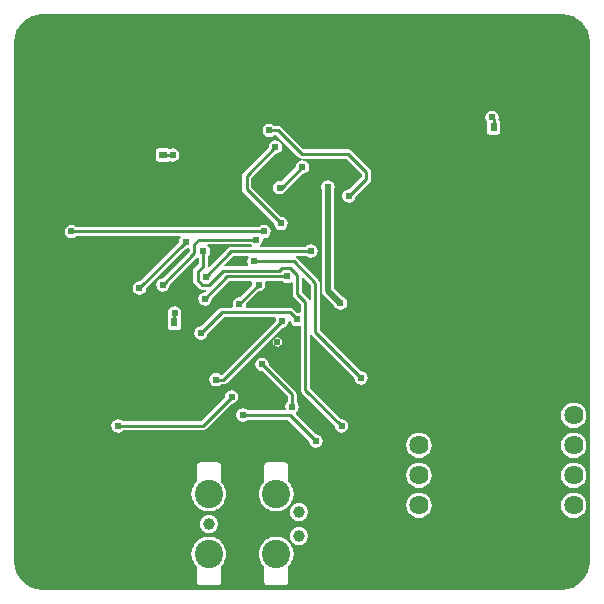
<source format=gbl>
G04 Layer_Physical_Order=2*
G04 Layer_Color=16711680*
%FSLAX25Y25*%
%MOIN*%
G70*
G01*
G75*
%ADD11R,0.03150X0.02362*%
%ADD12R,0.02362X0.03150*%
%ADD33C,0.01000*%
%ADD34C,0.02000*%
%ADD42C,0.16000*%
%ADD43O,0.06299X0.03543*%
%ADD44C,0.03937*%
%ADD45C,0.09449*%
%ADD46C,0.06402*%
%ADD47C,0.02400*%
G36*
X235039Y244301D02*
Y244301D01*
X235537Y244296D01*
X236855Y244166D01*
X238601Y243637D01*
X240209Y242777D01*
X241620Y241620D01*
X242777Y240209D01*
X243637Y238601D01*
X244166Y236855D01*
X244296Y235537D01*
X244301Y235039D01*
D01*
X244301Y234545D01*
Y62308D01*
X244301Y62305D01*
X244301Y61811D01*
X244296Y61313D01*
X244166Y59996D01*
X243637Y58250D01*
X242777Y56641D01*
X241620Y55231D01*
X240209Y54074D01*
X238601Y53214D01*
X236855Y52684D01*
X235187Y52520D01*
X235039Y52549D01*
X61811D01*
X61664Y52520D01*
X59996Y52684D01*
X58250Y53214D01*
X56641Y54074D01*
X55231Y55231D01*
X54074Y56641D01*
X53214Y58250D01*
X52684Y59996D01*
X52520Y61664D01*
X52549Y61811D01*
Y235039D01*
X52520Y235187D01*
X52684Y236855D01*
X53214Y238601D01*
X54074Y240209D01*
X55231Y241620D01*
X56641Y242777D01*
X58250Y243637D01*
X59996Y244166D01*
X61313Y244296D01*
X61811Y244301D01*
Y244301D01*
X61811Y244301D01*
X234545D01*
X235039Y244301D01*
D02*
G37*
%LPC*%
G36*
X187404Y94837D02*
X186307Y94693D01*
X185285Y94269D01*
X184408Y93596D01*
X183735Y92718D01*
X183311Y91697D01*
X183167Y90600D01*
X183311Y89503D01*
X183735Y88481D01*
X184408Y87604D01*
X185285Y86931D01*
X186307Y86507D01*
X187404Y86363D01*
X188501Y86507D01*
X189523Y86931D01*
X190400Y87604D01*
X191073Y88481D01*
X191497Y89503D01*
X191641Y90600D01*
X191497Y91697D01*
X191073Y92718D01*
X190400Y93596D01*
X189523Y94269D01*
X188501Y94693D01*
X187404Y94837D01*
D02*
G37*
G36*
X142772Y94967D02*
X136867D01*
X136477Y94889D01*
X136146Y94668D01*
X135925Y94337D01*
X135847Y93947D01*
Y88607D01*
X135810Y88578D01*
X135744Y88503D01*
X135717Y88483D01*
X135697Y88456D01*
X135622Y88390D01*
X134864Y87403D01*
X134820Y87313D01*
X134800Y87287D01*
X134787Y87256D01*
X134731Y87173D01*
X134255Y86023D01*
X134236Y85925D01*
X134223Y85894D01*
X134219Y85861D01*
X134186Y85766D01*
X134024Y84533D01*
X134030Y84433D01*
X134026Y84400D01*
X134030Y84367D01*
X134024Y84267D01*
X134186Y83034D01*
X134219Y82938D01*
X134223Y82906D01*
X134236Y82875D01*
X134255Y82776D01*
X134731Y81627D01*
X134787Y81544D01*
X134800Y81513D01*
X134820Y81487D01*
X134864Y81397D01*
X135622Y80410D01*
X135697Y80344D01*
X135717Y80317D01*
X135744Y80297D01*
X135810Y80222D01*
X136797Y79464D01*
X136887Y79420D01*
X136913Y79400D01*
X136944Y79387D01*
X137027Y79331D01*
X138177Y78855D01*
X138275Y78836D01*
X138306Y78823D01*
X138338Y78819D01*
X138434Y78786D01*
X139667Y78624D01*
X139734Y78628D01*
X139800Y78615D01*
X139866Y78628D01*
X139933Y78624D01*
X141166Y78786D01*
X141261Y78819D01*
X141294Y78823D01*
X141325Y78836D01*
X141423Y78855D01*
X142573Y79331D01*
X142656Y79387D01*
X142687Y79400D01*
X142713Y79420D01*
X142803Y79464D01*
X143790Y80222D01*
X143856Y80297D01*
X143883Y80317D01*
X143903Y80344D01*
X143978Y80410D01*
X144736Y81397D01*
X144780Y81487D01*
X144800Y81513D01*
X144813Y81544D01*
X144869Y81627D01*
X145345Y82776D01*
X145364Y82875D01*
X145377Y82906D01*
X145381Y82938D01*
X145414Y83034D01*
X145576Y84267D01*
X145570Y84367D01*
X145574Y84400D01*
X145570Y84433D01*
X145576Y84533D01*
X145414Y85766D01*
X145381Y85861D01*
X145377Y85894D01*
X145364Y85925D01*
X145345Y86023D01*
X144869Y87173D01*
X144813Y87256D01*
X144800Y87287D01*
X144780Y87313D01*
X144736Y87403D01*
X143978Y88390D01*
X143903Y88456D01*
X143883Y88483D01*
X143856Y88503D01*
X143792Y88576D01*
Y93947D01*
X143714Y94337D01*
X143493Y94668D01*
X143163Y94889D01*
X142772Y94967D01*
D02*
G37*
G36*
X120332D02*
X114426D01*
X114036Y94889D01*
X113705Y94668D01*
X113484Y94337D01*
X113406Y93947D01*
Y88652D01*
X113310Y88578D01*
X113244Y88503D01*
X113217Y88483D01*
X113197Y88456D01*
X113122Y88390D01*
X112364Y87403D01*
X112320Y87313D01*
X112300Y87287D01*
X112287Y87256D01*
X112231Y87173D01*
X111755Y86023D01*
X111736Y85925D01*
X111723Y85894D01*
X111719Y85861D01*
X111686Y85766D01*
X111524Y84533D01*
X111530Y84433D01*
X111526Y84400D01*
X111530Y84367D01*
X111524Y84267D01*
X111686Y83034D01*
X111719Y82938D01*
X111723Y82906D01*
X111736Y82875D01*
X111755Y82776D01*
X112231Y81627D01*
X112287Y81544D01*
X112300Y81513D01*
X112320Y81487D01*
X112364Y81397D01*
X113122Y80410D01*
X113197Y80344D01*
X113217Y80317D01*
X113244Y80297D01*
X113310Y80222D01*
X114297Y79464D01*
X114387Y79420D01*
X114413Y79400D01*
X114444Y79387D01*
X114527Y79331D01*
X115676Y78855D01*
X115775Y78836D01*
X115806Y78823D01*
X115839Y78819D01*
X115934Y78786D01*
X117167Y78624D01*
X117234Y78628D01*
X117300Y78615D01*
X117366Y78628D01*
X117433Y78624D01*
X118666Y78786D01*
X118762Y78819D01*
X118794Y78823D01*
X118825Y78836D01*
X118923Y78855D01*
X120073Y79331D01*
X120156Y79387D01*
X120187Y79400D01*
X120213Y79420D01*
X120303Y79464D01*
X121290Y80222D01*
X121356Y80297D01*
X121383Y80317D01*
X121403Y80344D01*
X121478Y80410D01*
X122236Y81397D01*
X122280Y81487D01*
X122300Y81513D01*
X122313Y81544D01*
X122369Y81627D01*
X122845Y82776D01*
X122864Y82875D01*
X122877Y82906D01*
X122881Y82938D01*
X122914Y83034D01*
X123076Y84267D01*
X123070Y84367D01*
X123074Y84400D01*
X123070Y84433D01*
X123076Y84533D01*
X122914Y85766D01*
X122881Y85861D01*
X122877Y85894D01*
X122864Y85925D01*
X122845Y86023D01*
X122369Y87173D01*
X122313Y87256D01*
X122300Y87287D01*
X122280Y87313D01*
X122236Y87403D01*
X121478Y88390D01*
X121403Y88456D01*
X121383Y88483D01*
X121356Y88503D01*
X121351Y88509D01*
Y93947D01*
X121274Y94337D01*
X121053Y94668D01*
X120722Y94889D01*
X120332Y94967D01*
D02*
G37*
G36*
X238900Y94837D02*
X237803Y94693D01*
X236782Y94269D01*
X235904Y93596D01*
X235231Y92718D01*
X234807Y91697D01*
X234663Y90600D01*
X234807Y89503D01*
X235231Y88481D01*
X235904Y87604D01*
X236782Y86931D01*
X237803Y86507D01*
X238900Y86363D01*
X239997Y86507D01*
X241019Y86931D01*
X241896Y87604D01*
X242569Y88481D01*
X242993Y89503D01*
X243137Y90600D01*
X242993Y91697D01*
X242569Y92718D01*
X241896Y93596D01*
X241019Y94269D01*
X239997Y94693D01*
X238900Y94837D01*
D02*
G37*
G36*
Y114837D02*
X237803Y114693D01*
X236782Y114269D01*
X235904Y113596D01*
X235231Y112718D01*
X234807Y111697D01*
X234663Y110600D01*
X234807Y109503D01*
X235231Y108482D01*
X235904Y107604D01*
X236782Y106931D01*
X237803Y106507D01*
X238900Y106363D01*
X239997Y106507D01*
X241019Y106931D01*
X241896Y107604D01*
X242569Y108482D01*
X242993Y109503D01*
X243137Y110600D01*
X242993Y111697D01*
X242569Y112718D01*
X241896Y113596D01*
X241019Y114269D01*
X239997Y114693D01*
X238900Y114837D01*
D02*
G37*
G36*
Y104837D02*
X237803Y104693D01*
X236782Y104269D01*
X235904Y103596D01*
X235231Y102718D01*
X234807Y101697D01*
X234663Y100600D01*
X234807Y99503D01*
X235231Y98482D01*
X235904Y97604D01*
X236782Y96931D01*
X237803Y96507D01*
X238900Y96363D01*
X239997Y96507D01*
X241019Y96931D01*
X241896Y97604D01*
X242569Y98482D01*
X242993Y99503D01*
X243137Y100600D01*
X242993Y101697D01*
X242569Y102718D01*
X241896Y103596D01*
X241019Y104269D01*
X239997Y104693D01*
X238900Y104837D01*
D02*
G37*
G36*
X187404D02*
X186307Y104693D01*
X185285Y104269D01*
X184408Y103596D01*
X183735Y102718D01*
X183311Y101697D01*
X183167Y100600D01*
X183311Y99503D01*
X183735Y98482D01*
X184408Y97604D01*
X185285Y96931D01*
X186307Y96507D01*
X187404Y96363D01*
X188501Y96507D01*
X189523Y96931D01*
X190400Y97604D01*
X191073Y98482D01*
X191497Y99503D01*
X191641Y100600D01*
X191497Y101697D01*
X191073Y102718D01*
X190400Y103596D01*
X189523Y104269D01*
X188501Y104693D01*
X187404Y104837D01*
D02*
G37*
G36*
X139800Y70185D02*
X139734Y70172D01*
X139667Y70176D01*
X138434Y70014D01*
X138338Y69981D01*
X138306Y69977D01*
X138275Y69964D01*
X138177Y69945D01*
X137027Y69469D01*
X136944Y69413D01*
X136913Y69400D01*
X136887Y69380D01*
X136797Y69336D01*
X135810Y68578D01*
X135744Y68503D01*
X135717Y68483D01*
X135697Y68456D01*
X135622Y68390D01*
X134864Y67403D01*
X134820Y67313D01*
X134800Y67287D01*
X134787Y67256D01*
X134731Y67173D01*
X134255Y66023D01*
X134236Y65925D01*
X134223Y65894D01*
X134219Y65861D01*
X134186Y65766D01*
X134024Y64533D01*
X134030Y64433D01*
X134026Y64400D01*
X134030Y64367D01*
X134024Y64267D01*
X134186Y63034D01*
X134219Y62938D01*
X134223Y62906D01*
X134236Y62875D01*
X134255Y62776D01*
X134731Y61627D01*
X134787Y61544D01*
X134800Y61513D01*
X134820Y61487D01*
X134864Y61397D01*
X135622Y60410D01*
X135697Y60344D01*
X135717Y60317D01*
X135744Y60297D01*
X135810Y60222D01*
X135847Y60193D01*
Y54971D01*
X135925Y54581D01*
X136146Y54250D01*
X136477Y54029D01*
X136867Y53951D01*
X142772D01*
X143163Y54029D01*
X143493Y54250D01*
X143714Y54581D01*
X143792Y54971D01*
Y60224D01*
X143856Y60297D01*
X143883Y60317D01*
X143903Y60344D01*
X143978Y60410D01*
X144736Y61397D01*
X144780Y61487D01*
X144800Y61513D01*
X144813Y61544D01*
X144869Y61627D01*
X145345Y62776D01*
X145364Y62875D01*
X145377Y62906D01*
X145381Y62938D01*
X145414Y63034D01*
X145576Y64267D01*
X145570Y64367D01*
X145574Y64400D01*
X145570Y64433D01*
X145576Y64533D01*
X145414Y65766D01*
X145381Y65861D01*
X145377Y65894D01*
X145364Y65925D01*
X145345Y66023D01*
X144869Y67173D01*
X144813Y67256D01*
X144800Y67287D01*
X144780Y67313D01*
X144736Y67403D01*
X143978Y68390D01*
X143903Y68456D01*
X143883Y68483D01*
X143856Y68503D01*
X143790Y68578D01*
X142803Y69336D01*
X142713Y69380D01*
X142687Y69400D01*
X142656Y69413D01*
X142573Y69469D01*
X141423Y69945D01*
X141325Y69964D01*
X141294Y69977D01*
X141261Y69981D01*
X141166Y70014D01*
X139933Y70176D01*
X139866Y70172D01*
X139800Y70185D01*
D02*
G37*
G36*
X117300D02*
X117234Y70172D01*
X117167Y70176D01*
X115934Y70014D01*
X115839Y69981D01*
X115806Y69977D01*
X115775Y69964D01*
X115676Y69945D01*
X114527Y69469D01*
X114444Y69413D01*
X114413Y69400D01*
X114387Y69380D01*
X114297Y69336D01*
X113310Y68578D01*
X113244Y68503D01*
X113217Y68483D01*
X113197Y68456D01*
X113122Y68390D01*
X112364Y67403D01*
X112320Y67313D01*
X112300Y67287D01*
X112287Y67256D01*
X112231Y67173D01*
X111755Y66023D01*
X111736Y65925D01*
X111723Y65894D01*
X111719Y65861D01*
X111686Y65766D01*
X111524Y64533D01*
X111530Y64433D01*
X111526Y64400D01*
X111530Y64367D01*
X111524Y64267D01*
X111686Y63034D01*
X111719Y62938D01*
X111723Y62906D01*
X111736Y62875D01*
X111755Y62776D01*
X112231Y61627D01*
X112287Y61544D01*
X112300Y61513D01*
X112320Y61487D01*
X112364Y61397D01*
X113122Y60410D01*
X113197Y60344D01*
X113217Y60317D01*
X113244Y60297D01*
X113310Y60222D01*
X113406Y60148D01*
Y54971D01*
X113484Y54581D01*
X113705Y54250D01*
X114036Y54029D01*
X114426Y53951D01*
X120332D01*
X120722Y54029D01*
X121053Y54250D01*
X121274Y54581D01*
X121351Y54971D01*
Y60291D01*
X121356Y60297D01*
X121383Y60317D01*
X121403Y60344D01*
X121478Y60410D01*
X122236Y61397D01*
X122280Y61487D01*
X122300Y61513D01*
X122313Y61544D01*
X122369Y61627D01*
X122845Y62776D01*
X122864Y62875D01*
X122877Y62906D01*
X122881Y62938D01*
X122914Y63034D01*
X123076Y64267D01*
X123070Y64367D01*
X123074Y64400D01*
X123070Y64433D01*
X123076Y64533D01*
X122914Y65766D01*
X122881Y65861D01*
X122877Y65894D01*
X122864Y65925D01*
X122845Y66023D01*
X122369Y67173D01*
X122313Y67256D01*
X122300Y67287D01*
X122280Y67313D01*
X122236Y67403D01*
X121478Y68390D01*
X121403Y68456D01*
X121383Y68483D01*
X121356Y68503D01*
X121290Y68578D01*
X120303Y69336D01*
X120213Y69380D01*
X120187Y69400D01*
X120156Y69413D01*
X120073Y69469D01*
X118923Y69945D01*
X118825Y69964D01*
X118794Y69977D01*
X118762Y69981D01*
X118666Y70014D01*
X117433Y70176D01*
X117366Y70172D01*
X117300Y70185D01*
D02*
G37*
G36*
X147300Y73427D02*
X147202Y73407D01*
X147101D01*
X146333Y73254D01*
X145966Y73102D01*
X145314Y72667D01*
X145033Y72386D01*
X144598Y71734D01*
X144446Y71367D01*
X144293Y70599D01*
Y70201D01*
X144446Y69433D01*
X144598Y69065D01*
X145033Y68414D01*
X145314Y68133D01*
X145966Y67698D01*
X146333Y67546D01*
X147101Y67393D01*
X147202D01*
X147300Y67373D01*
X147398Y67393D01*
X147499D01*
X148267Y67546D01*
X148635Y67698D01*
X149286Y68133D01*
X149567Y68414D01*
X150002Y69065D01*
X150154Y69433D01*
X150307Y70201D01*
Y70599D01*
X150154Y71367D01*
X150002Y71734D01*
X149567Y72386D01*
X149286Y72667D01*
X148635Y73102D01*
X148267Y73254D01*
X147499Y73407D01*
X147398D01*
X147300Y73427D01*
D02*
G37*
G36*
X117300Y77427D02*
X117201Y77407D01*
X117101D01*
X116333Y77254D01*
X115965Y77102D01*
X115314Y76667D01*
X115033Y76386D01*
X114598Y75735D01*
X114446Y75367D01*
X114293Y74599D01*
Y74201D01*
X114446Y73433D01*
X114598Y73066D01*
X115033Y72414D01*
X115314Y72133D01*
X115965Y71698D01*
X116333Y71546D01*
X117101Y71393D01*
X117201D01*
X117300Y71373D01*
X117399Y71393D01*
X117499D01*
X118267Y71546D01*
X118634Y71698D01*
X119286Y72133D01*
X119567Y72414D01*
X120002Y73066D01*
X120154Y73433D01*
X120307Y74201D01*
Y74599D01*
X120154Y75367D01*
X120002Y75735D01*
X119567Y76386D01*
X119286Y76667D01*
X118634Y77102D01*
X118267Y77254D01*
X117499Y77407D01*
X117399D01*
X117300Y77427D01*
D02*
G37*
G36*
X238900Y84837D02*
X237803Y84693D01*
X236782Y84269D01*
X235904Y83596D01*
X235231Y82718D01*
X234807Y81697D01*
X234663Y80600D01*
X234807Y79503D01*
X235231Y78482D01*
X235904Y77604D01*
X236782Y76931D01*
X237803Y76507D01*
X238900Y76363D01*
X239997Y76507D01*
X241019Y76931D01*
X241896Y77604D01*
X242569Y78482D01*
X242993Y79503D01*
X243137Y80600D01*
X242993Y81697D01*
X242569Y82718D01*
X241896Y83596D01*
X241019Y84269D01*
X239997Y84693D01*
X238900Y84837D01*
D02*
G37*
G36*
X187404D02*
X186307Y84693D01*
X185285Y84269D01*
X184408Y83596D01*
X183735Y82718D01*
X183311Y81697D01*
X183167Y80600D01*
X183311Y79503D01*
X183735Y78482D01*
X184408Y77604D01*
X185285Y76931D01*
X186307Y76507D01*
X187404Y76363D01*
X188501Y76507D01*
X189523Y76931D01*
X190400Y77604D01*
X191073Y78482D01*
X191497Y79503D01*
X191641Y80600D01*
X191497Y81697D01*
X191073Y82718D01*
X190400Y83596D01*
X189523Y84269D01*
X188501Y84693D01*
X187404Y84837D01*
D02*
G37*
G36*
X147300Y81427D02*
X147202Y81407D01*
X147101D01*
X146333Y81254D01*
X145966Y81102D01*
X145314Y80667D01*
X145033Y80386D01*
X144598Y79734D01*
X144446Y79367D01*
X144293Y78599D01*
Y78201D01*
X144446Y77433D01*
X144598Y77065D01*
X145033Y76414D01*
X145314Y76133D01*
X145966Y75698D01*
X146333Y75546D01*
X147101Y75393D01*
X147202D01*
X147300Y75373D01*
X147398Y75393D01*
X147499D01*
X148267Y75546D01*
X148635Y75698D01*
X149286Y76133D01*
X149567Y76414D01*
X150002Y77065D01*
X150154Y77433D01*
X150307Y78201D01*
Y78599D01*
X150154Y79367D01*
X150002Y79734D01*
X149567Y80386D01*
X149286Y80667D01*
X148635Y81102D01*
X148267Y81254D01*
X147499Y81407D01*
X147398D01*
X147300Y81427D01*
D02*
G37*
G36*
X139500Y202243D02*
X138642Y202072D01*
X137914Y201586D01*
X137428Y200858D01*
X137257Y200000D01*
X137270Y199933D01*
X128873Y191535D01*
X128541Y191039D01*
X128425Y190454D01*
Y186046D01*
X128541Y185461D01*
X128873Y184965D01*
X139170Y174667D01*
X139157Y174600D01*
X139328Y173742D01*
X139814Y173014D01*
X140542Y172528D01*
X141400Y172357D01*
X142258Y172528D01*
X142986Y173014D01*
X143472Y173742D01*
X143643Y174600D01*
X143472Y175458D01*
X142986Y176186D01*
X142258Y176672D01*
X141400Y176843D01*
X141333Y176830D01*
X131483Y186679D01*
Y189821D01*
X139433Y197770D01*
X139500Y197757D01*
X140358Y197928D01*
X141086Y198414D01*
X141572Y199142D01*
X141743Y200000D01*
X141572Y200858D01*
X141086Y201586D01*
X140358Y202072D01*
X139500Y202243D01*
D02*
G37*
G36*
X105300Y199643D02*
X104442Y199472D01*
X104322Y199393D01*
X104127Y199523D01*
X103737Y199601D01*
X100587D01*
X100197Y199523D01*
X99866Y199302D01*
X99645Y198971D01*
X99568Y198581D01*
Y196219D01*
X99645Y195829D01*
X99866Y195498D01*
X100197Y195277D01*
X100587Y195199D01*
X103737D01*
X104127Y195277D01*
X104322Y195407D01*
X104442Y195328D01*
X105300Y195157D01*
X106158Y195328D01*
X106886Y195814D01*
X107372Y196542D01*
X107543Y197400D01*
X107372Y198258D01*
X106886Y198986D01*
X106158Y199472D01*
X105300Y199643D01*
D02*
G37*
G36*
X148500Y195643D02*
X147642Y195472D01*
X146914Y194986D01*
X146428Y194258D01*
X146257Y193400D01*
X146270Y193333D01*
X141551Y188614D01*
X140900Y188743D01*
X140042Y188572D01*
X139314Y188086D01*
X138828Y187358D01*
X138657Y186500D01*
X138828Y185642D01*
X139314Y184914D01*
X140042Y184428D01*
X140900Y184257D01*
X141758Y184428D01*
X142486Y184914D01*
X142972Y185642D01*
X142989Y185726D01*
X148433Y191170D01*
X148500Y191157D01*
X149358Y191328D01*
X150086Y191814D01*
X150572Y192542D01*
X150743Y193400D01*
X150572Y194258D01*
X150086Y194986D01*
X149358Y195472D01*
X148500Y195643D01*
D02*
G37*
G36*
X137472Y207872D02*
X136613Y207701D01*
X135886Y207214D01*
X135399Y206487D01*
X135229Y205628D01*
X135399Y204770D01*
X135886Y204042D01*
X136613Y203556D01*
X137472Y203385D01*
X138330Y203556D01*
X139058Y204042D01*
X139096Y204099D01*
X139673D01*
X147153Y196619D01*
X147650Y196287D01*
X148235Y196171D01*
X163186D01*
X168330Y191026D01*
Y190093D01*
X164167Y185930D01*
X164100Y185943D01*
X163242Y185772D01*
X162514Y185286D01*
X162028Y184558D01*
X161857Y183700D01*
X162028Y182842D01*
X162514Y182114D01*
X163242Y181628D01*
X164100Y181457D01*
X164958Y181628D01*
X165686Y182114D01*
X166172Y182842D01*
X166343Y183700D01*
X166330Y183767D01*
X170941Y188378D01*
X171273Y188874D01*
X171389Y189460D01*
Y191660D01*
X171273Y192245D01*
X170941Y192741D01*
X164901Y198781D01*
X164405Y199113D01*
X163820Y199229D01*
X148868D01*
X141388Y206710D01*
X140892Y207041D01*
X140306Y207158D01*
X139096D01*
X139058Y207214D01*
X138330Y207701D01*
X137472Y207872D01*
D02*
G37*
G36*
X135700Y174143D02*
X134842Y173972D01*
X134114Y173486D01*
X134076Y173429D01*
X73167D01*
X73129Y173486D01*
X72402Y173972D01*
X71543Y174143D01*
X70685Y173972D01*
X69957Y173486D01*
X69471Y172758D01*
X69300Y171900D01*
X69471Y171042D01*
X69957Y170314D01*
X70685Y169828D01*
X71543Y169657D01*
X72402Y169828D01*
X73129Y170314D01*
X73167Y170371D01*
X107758D01*
X107937Y169871D01*
X107528Y169258D01*
X107357Y168400D01*
X107370Y168333D01*
X94267Y155230D01*
X94200Y155243D01*
X93342Y155072D01*
X92614Y154586D01*
X92128Y153858D01*
X91957Y153000D01*
X92128Y152142D01*
X92614Y151414D01*
X93342Y150928D01*
X94200Y150757D01*
X95058Y150928D01*
X95786Y151414D01*
X96272Y152142D01*
X96443Y153000D01*
X96430Y153067D01*
X109533Y166170D01*
X109600Y166157D01*
X110458Y166328D01*
X110557Y166393D01*
X110998Y166158D01*
Y165261D01*
X102067Y156330D01*
X102000Y156343D01*
X101142Y156172D01*
X100414Y155686D01*
X99928Y154958D01*
X99757Y154100D01*
X99928Y153242D01*
X100414Y152514D01*
X101142Y152028D01*
X102000Y151857D01*
X102858Y152028D01*
X103586Y152514D01*
X104072Y153242D01*
X104243Y154100D01*
X104230Y154167D01*
X113471Y163408D01*
X113971Y163213D01*
Y161033D01*
X112504Y159567D01*
X112173Y159071D01*
X112056Y158486D01*
Y155597D01*
X112173Y155012D01*
X112504Y154516D01*
X114060Y152960D01*
X114556Y152628D01*
X115141Y152512D01*
X116344D01*
X116536Y152050D01*
X116167Y151681D01*
X116100Y151695D01*
X115242Y151524D01*
X114514Y151038D01*
X114028Y150310D01*
X113857Y149451D01*
X114028Y148593D01*
X114514Y147865D01*
X115242Y147379D01*
X116100Y147208D01*
X116958Y147379D01*
X117686Y147865D01*
X118172Y148593D01*
X118343Y149451D01*
X118330Y149518D01*
X124182Y155371D01*
X131481D01*
X131790Y154871D01*
X131657Y154200D01*
X131670Y154133D01*
X127567Y150030D01*
X127500Y150043D01*
X126642Y149872D01*
X125914Y149386D01*
X125428Y148658D01*
X125257Y147800D01*
X125410Y147029D01*
X125147Y146529D01*
X121700D01*
X121115Y146413D01*
X120619Y146081D01*
X114767Y140230D01*
X114700Y140243D01*
X113842Y140072D01*
X113114Y139586D01*
X112628Y138858D01*
X112457Y138000D01*
X112628Y137142D01*
X113114Y136414D01*
X113842Y135928D01*
X114700Y135757D01*
X115558Y135928D01*
X116286Y136414D01*
X116772Y137142D01*
X116943Y138000D01*
X116930Y138067D01*
X122334Y143471D01*
X139540D01*
X139775Y143030D01*
X139728Y142958D01*
X139557Y142100D01*
X139570Y142033D01*
X121757Y124220D01*
X121286Y124086D01*
X120558Y124572D01*
X119700Y124743D01*
X118842Y124572D01*
X118114Y124086D01*
X117628Y123358D01*
X117457Y122500D01*
X117628Y121642D01*
X118114Y120914D01*
X118842Y120428D01*
X119700Y120257D01*
X120558Y120428D01*
X121286Y120914D01*
X121324Y120971D01*
X122200D01*
X122785Y121087D01*
X123281Y121419D01*
X141733Y139870D01*
X141800Y139857D01*
X142658Y140028D01*
X143386Y140514D01*
X143872Y141242D01*
X144026Y142014D01*
X144306Y142225D01*
X144509Y142321D01*
X144513Y142318D01*
X144628Y141742D01*
X145114Y141014D01*
X145842Y140528D01*
X146700Y140357D01*
X147468Y140510D01*
X147968Y140246D01*
Y119202D01*
X148085Y118617D01*
X148416Y118121D01*
X159370Y107167D01*
X159357Y107100D01*
X159528Y106242D01*
X160014Y105514D01*
X160742Y105028D01*
X161600Y104857D01*
X162458Y105028D01*
X163186Y105514D01*
X163672Y106242D01*
X163843Y107100D01*
X163672Y107958D01*
X163186Y108686D01*
X162458Y109172D01*
X161600Y109343D01*
X161533Y109330D01*
X151027Y119836D01*
Y137454D01*
X151527Y137605D01*
X151719Y137319D01*
X165870Y123167D01*
X165857Y123100D01*
X166028Y122242D01*
X166514Y121514D01*
X167242Y121028D01*
X168100Y120857D01*
X168958Y121028D01*
X169686Y121514D01*
X170172Y122242D01*
X170343Y123100D01*
X170172Y123958D01*
X169686Y124686D01*
X168958Y125172D01*
X168100Y125343D01*
X168033Y125330D01*
X154329Y139033D01*
Y154789D01*
X154213Y155374D01*
X153881Y155870D01*
X146670Y163081D01*
X146301Y163328D01*
X146453Y163828D01*
X149733D01*
X149771Y163771D01*
X150499Y163285D01*
X151357Y163114D01*
X152216Y163285D01*
X152944Y163771D01*
X153430Y164499D01*
X153601Y165357D01*
X153430Y166216D01*
X152944Y166944D01*
X152216Y167430D01*
X151357Y167601D01*
X150499Y167430D01*
X149771Y166944D01*
X149733Y166887D01*
X134498D01*
X134346Y167387D01*
X134686Y167614D01*
X135172Y168342D01*
X135343Y169200D01*
X135322Y169308D01*
X135675Y169662D01*
X135700Y169657D01*
X136558Y169828D01*
X137286Y170314D01*
X137772Y171042D01*
X137943Y171900D01*
X137772Y172758D01*
X137286Y173486D01*
X136558Y173972D01*
X135700Y174143D01*
D02*
G37*
G36*
X211700Y212143D02*
X210842Y211972D01*
X210114Y211486D01*
X209628Y210758D01*
X209457Y209900D01*
X209628Y209042D01*
X210099Y208336D01*
Y205187D01*
X210177Y204797D01*
X210398Y204466D01*
X210729Y204245D01*
X211119Y204168D01*
X213481D01*
X213871Y204245D01*
X214202Y204466D01*
X214423Y204797D01*
X214501Y205187D01*
Y208337D01*
X214423Y208727D01*
X214202Y209058D01*
X213871Y209279D01*
X213918Y209776D01*
X213943Y209900D01*
X213772Y210758D01*
X213286Y211486D01*
X212558Y211972D01*
X211700Y212143D01*
D02*
G37*
G36*
X124900Y119015D02*
X124042Y118844D01*
X123314Y118358D01*
X122828Y117630D01*
X122657Y116772D01*
X122670Y116705D01*
X114595Y108629D01*
X88724D01*
X88686Y108686D01*
X87958Y109172D01*
X87100Y109343D01*
X86242Y109172D01*
X85514Y108686D01*
X85028Y107958D01*
X84857Y107100D01*
X85028Y106242D01*
X85514Y105514D01*
X86242Y105028D01*
X87100Y104857D01*
X87958Y105028D01*
X88686Y105514D01*
X88724Y105571D01*
X115228D01*
X115814Y105687D01*
X116310Y106019D01*
X124833Y114542D01*
X124900Y114529D01*
X125758Y114699D01*
X126486Y115185D01*
X126972Y115913D01*
X127143Y116772D01*
X126972Y117630D01*
X126486Y118358D01*
X125758Y118844D01*
X124900Y119015D01*
D02*
G37*
G36*
X135100Y129843D02*
X134242Y129672D01*
X133514Y129186D01*
X133028Y128458D01*
X132857Y127600D01*
X133028Y126742D01*
X133514Y126014D01*
X134242Y125528D01*
X135100Y125357D01*
X135167Y125370D01*
X143571Y116966D01*
Y115024D01*
X143514Y114986D01*
X143028Y114258D01*
X142857Y113400D01*
X142990Y112729D01*
X142681Y112229D01*
X130324D01*
X130286Y112286D01*
X129558Y112772D01*
X128700Y112943D01*
X127842Y112772D01*
X127114Y112286D01*
X126628Y111558D01*
X126457Y110700D01*
X126628Y109842D01*
X127114Y109114D01*
X127842Y108628D01*
X128700Y108457D01*
X129558Y108628D01*
X130286Y109114D01*
X130324Y109171D01*
X143667D01*
X150770Y102067D01*
X150757Y102000D01*
X150928Y101142D01*
X151414Y100414D01*
X152142Y99928D01*
X153000Y99757D01*
X153858Y99928D01*
X154586Y100414D01*
X155072Y101142D01*
X155243Y102000D01*
X155072Y102858D01*
X154586Y103586D01*
X153858Y104072D01*
X153000Y104243D01*
X152933Y104230D01*
X146245Y110918D01*
X146308Y111562D01*
X146686Y111814D01*
X147172Y112542D01*
X147343Y113400D01*
X147172Y114258D01*
X146686Y114986D01*
X146629Y115024D01*
Y117600D01*
X146513Y118185D01*
X146181Y118681D01*
X137330Y127533D01*
X137343Y127600D01*
X137172Y128458D01*
X136686Y129186D01*
X135958Y129672D01*
X135100Y129843D01*
D02*
G37*
G36*
X140200Y136629D02*
X139615Y136513D01*
X139119Y136181D01*
X138787Y135685D01*
X138671Y135100D01*
X138787Y134515D01*
X139119Y134019D01*
X139219Y133919D01*
X139715Y133587D01*
X140300Y133471D01*
X140885Y133587D01*
X141381Y133919D01*
X141713Y134415D01*
X141829Y135000D01*
X141713Y135585D01*
X141381Y136081D01*
X141281Y136181D01*
X140785Y136513D01*
X140200Y136629D01*
D02*
G37*
G36*
X157000Y188943D02*
X156142Y188772D01*
X155414Y188286D01*
X154928Y187558D01*
X154757Y186700D01*
X154928Y185842D01*
X154961Y185792D01*
Y152200D01*
X155116Y151420D01*
X155558Y150758D01*
X159116Y147200D01*
X159128Y147142D01*
X159614Y146414D01*
X160342Y145928D01*
X161200Y145757D01*
X162058Y145928D01*
X162786Y146414D01*
X163272Y147142D01*
X163443Y148000D01*
X163272Y148858D01*
X162786Y149586D01*
X162058Y150072D01*
X162000Y150084D01*
X159039Y153045D01*
Y185792D01*
X159072Y185842D01*
X159243Y186700D01*
X159072Y187558D01*
X158586Y188286D01*
X157858Y188772D01*
X157000Y188943D01*
D02*
G37*
G36*
X105900Y147043D02*
X105042Y146872D01*
X104314Y146386D01*
X103828Y145658D01*
X103657Y144800D01*
X103828Y143942D01*
X103857Y143897D01*
X103677Y143627D01*
X103599Y143237D01*
Y140087D01*
X103677Y139697D01*
X103898Y139366D01*
X104229Y139145D01*
X104619Y139068D01*
X106981D01*
X107371Y139145D01*
X107702Y139366D01*
X107923Y139697D01*
X108001Y140087D01*
Y143237D01*
X107923Y143627D01*
X107843Y143747D01*
X107972Y143942D01*
X108143Y144800D01*
X107972Y145658D01*
X107486Y146386D01*
X106758Y146872D01*
X105900Y147043D01*
D02*
G37*
%LPD*%
G36*
X141880Y155314D02*
X142608Y154828D01*
X143466Y154657D01*
X144325Y154828D01*
X144771Y155126D01*
X145271Y154858D01*
Y150944D01*
X145387Y150359D01*
X145719Y149863D01*
X147968Y147613D01*
Y144954D01*
X147468Y144690D01*
X146725Y144838D01*
X145481Y146081D01*
X144985Y146413D01*
X144400Y146529D01*
X129852D01*
X129590Y147029D01*
X129743Y147800D01*
X129730Y147867D01*
X133833Y151970D01*
X133900Y151957D01*
X134758Y152128D01*
X135486Y152614D01*
X135972Y153342D01*
X136143Y154200D01*
X136010Y154871D01*
X136319Y155371D01*
X141842D01*
X141880Y155314D01*
D02*
G37*
G36*
X151271Y154156D02*
Y149193D01*
X150771Y149041D01*
X150579Y149328D01*
X148329Y151578D01*
Y156443D01*
X148791Y156635D01*
X151271Y154156D01*
D02*
G37*
G36*
X130630Y163328D02*
X130317Y162858D01*
X130146Y162000D01*
X130317Y161142D01*
X130525Y160829D01*
X130258Y160329D01*
X122699D01*
X122492Y160829D01*
X125491Y163828D01*
X130363D01*
X130630Y163328D01*
D02*
G37*
G36*
X131514Y167614D02*
X131854Y167387D01*
X131702Y166887D01*
X124857D01*
X124272Y166770D01*
X123776Y166439D01*
X117490Y160153D01*
X117029Y160399D01*
X117029Y160400D01*
Y163733D01*
X117086Y163771D01*
X117572Y164499D01*
X117743Y165357D01*
X117572Y166216D01*
X117086Y166944D01*
X116746Y167171D01*
X116898Y167671D01*
X131476D01*
X131514Y167614D01*
D02*
G37*
D11*
X97438Y197400D02*
D03*
X102162D02*
D03*
D12*
X212300Y206762D02*
D03*
Y202038D02*
D03*
X105800Y141662D02*
D03*
Y136938D02*
D03*
D33*
X121700Y145000D02*
X144400D01*
X114700Y138000D02*
X121700Y145000D01*
X141600Y186500D02*
X148500Y193400D01*
X140900Y186500D02*
X141600D01*
X115500Y160400D02*
Y165357D01*
X113586Y158486D02*
X115500Y160400D01*
X113586Y155597D02*
Y158486D01*
Y155597D02*
X115141Y154041D01*
X117441D01*
X122200Y158800D01*
X140800D01*
X141648Y159649D01*
X144548D01*
X146800Y157397D01*
Y150944D02*
Y157397D01*
Y150944D02*
X149498Y148247D01*
Y119202D02*
Y148247D01*
Y119202D02*
X161600Y107100D01*
X152800Y138400D02*
X168100Y123100D01*
X152800Y138400D02*
Y154789D01*
X145589Y162000D02*
X152800Y154789D01*
X132389Y162000D02*
X145589D01*
X127500Y147800D02*
X133900Y154200D01*
X135100Y127600D02*
X145100Y117600D01*
Y113400D02*
Y117600D01*
X144300Y110700D02*
X153000Y102000D01*
X128700Y110700D02*
X144300D01*
X102162Y197400D02*
X105300D01*
X212300Y206762D02*
Y209300D01*
X211700Y209900D02*
X212300Y209300D01*
X115228Y107100D02*
X124900Y116772D01*
X87100Y107100D02*
X115228D01*
X124857Y165357D02*
X151357D01*
X116300Y156800D02*
X124857Y165357D01*
X129954Y186046D02*
X141400Y174600D01*
X129954Y186046D02*
Y190454D01*
X139500Y200000D01*
X137472Y205628D02*
X140306D01*
X148235Y197700D01*
X163820D01*
X169860Y191660D01*
Y189460D02*
Y191660D01*
X164100Y183700D02*
X169860Y189460D01*
X71543Y171900D02*
X135700D01*
X122200Y122500D02*
X141800Y142100D01*
X119700Y122500D02*
X122200D01*
X105800Y144700D02*
X105900Y144800D01*
X105800Y141662D02*
Y144700D01*
X102000Y154100D02*
X112527Y164627D01*
Y167827D01*
X113900Y169200D01*
X133100D01*
X94200Y153000D02*
X109600Y168400D01*
X116100Y149451D02*
X123549Y156900D01*
X143466D01*
X144400Y145000D02*
X146700Y142700D01*
Y142600D02*
Y142700D01*
X140200Y135100D02*
X140300Y135000D01*
D34*
X157000Y152200D02*
Y186700D01*
Y152200D02*
X161200Y148000D01*
D42*
X62992Y233858D02*
D03*
X233858D02*
D03*
X62992Y62992D02*
D03*
X233858D02*
D03*
D43*
X55869Y174607D02*
D03*
Y148229D02*
D03*
D44*
X117300Y74400D02*
D03*
X147300Y70400D02*
D03*
Y78400D02*
D03*
D45*
X117300Y84400D02*
D03*
X139800D02*
D03*
X117300Y64400D02*
D03*
X139800D02*
D03*
D46*
X238900Y110600D02*
D03*
Y100600D02*
D03*
Y90600D02*
D03*
Y80600D02*
D03*
X187404D02*
D03*
Y90600D02*
D03*
Y100600D02*
D03*
Y110600D02*
D03*
D47*
X96916Y138000D02*
D03*
X132287Y175075D02*
D03*
X55641Y92500D02*
D03*
X61400Y186725D02*
D03*
X127400Y223675D02*
D03*
X142700Y224075D02*
D03*
X81847Y152601D02*
D03*
X180228Y144643D02*
D03*
X173243Y165928D02*
D03*
X94857Y206028D02*
D03*
X127300Y80175D02*
D03*
X141500Y195100D02*
D03*
X117200Y200100D02*
D03*
X103300Y181700D02*
D03*
X156300Y207300D02*
D03*
X151800Y201400D02*
D03*
X157000Y186700D02*
D03*
X161200Y148000D02*
D03*
X174700Y151800D02*
D03*
X179300Y155000D02*
D03*
X176200Y112361D02*
D03*
X74200Y79700D02*
D03*
X91300Y112100D02*
D03*
X176111Y175900D02*
D03*
X114700Y138000D02*
D03*
X148500Y193400D02*
D03*
X140900Y186500D02*
D03*
X151400Y74400D02*
D03*
X115500Y165357D02*
D03*
X161600Y107100D02*
D03*
X168100Y123100D02*
D03*
X132389Y162000D02*
D03*
X133900Y154200D02*
D03*
X127500Y147800D02*
D03*
X135100Y127600D02*
D03*
X145100Y113400D02*
D03*
X153000Y102000D02*
D03*
X128700Y110700D02*
D03*
X105300Y197400D02*
D03*
X211700Y209900D02*
D03*
X124900Y116772D02*
D03*
X87100Y107100D02*
D03*
X151357Y165357D02*
D03*
X116300Y156800D02*
D03*
X141400Y174600D02*
D03*
X139500Y200000D02*
D03*
X137472Y205628D02*
D03*
X164100Y183700D02*
D03*
X135700Y171900D02*
D03*
X71543D02*
D03*
X141800Y142100D02*
D03*
X119700Y122500D02*
D03*
X105900Y144800D02*
D03*
X102000Y154100D02*
D03*
X133100Y169200D02*
D03*
X94200Y153000D02*
D03*
X109600Y168400D02*
D03*
X116100Y149451D02*
D03*
X143466Y156900D02*
D03*
X115100Y186000D02*
D03*
X191700Y173800D02*
D03*
X146700Y142600D02*
D03*
X145700Y138200D02*
D03*
X74700Y203500D02*
D03*
X88800Y197300D02*
D03*
X140200Y135100D02*
D03*
X136100Y141000D02*
D03*
X201400Y197000D02*
D03*
X162300Y167200D02*
D03*
M02*

</source>
